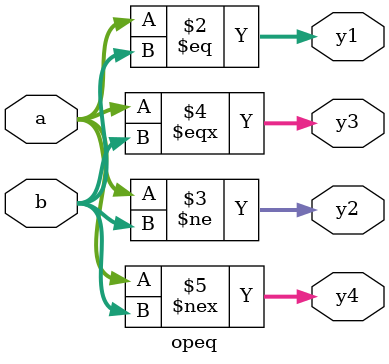
<source format=v>
module opeq(input [3:0]a,
            input [3:0]b,
            output reg [5:0]y1,
            output reg [5:0]y2,
            output reg [5:0]y3,
            output reg [5:0]y4);
  always@(*) begin
     y1=a == b;
     y2=a != b;
     y3=a ===b;
     y4=a !==b;
     
  end
endmodule

</source>
